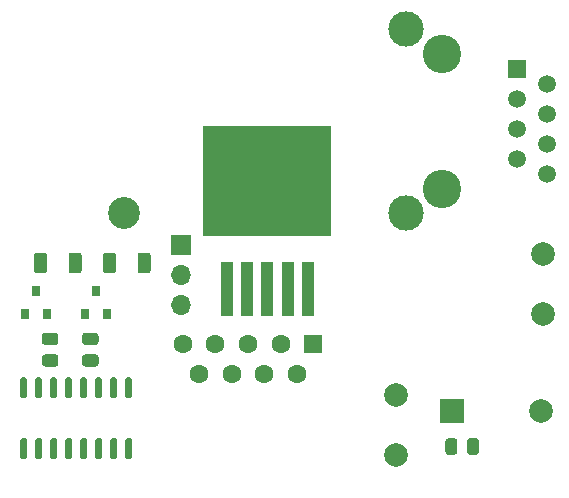
<source format=gbs>
%TF.GenerationSoftware,KiCad,Pcbnew,5.1.9*%
%TF.CreationDate,2021-02-24T23:37:06+01:00*%
%TF.ProjectId,qr_reader,71725f72-6561-4646-9572-2e6b69636164,rev?*%
%TF.SameCoordinates,Original*%
%TF.FileFunction,Soldermask,Bot*%
%TF.FilePolarity,Negative*%
%FSLAX46Y46*%
G04 Gerber Fmt 4.6, Leading zero omitted, Abs format (unit mm)*
G04 Created by KiCad (PCBNEW 5.1.9) date 2021-02-24 23:37:06*
%MOMM*%
%LPD*%
G01*
G04 APERTURE LIST*
%ADD10C,2.700000*%
%ADD11C,1.600000*%
%ADD12R,1.600000X1.600000*%
%ADD13R,10.800000X9.400000*%
%ADD14R,1.100000X4.600000*%
%ADD15R,0.800000X0.900000*%
%ADD16C,1.500000*%
%ADD17C,3.000000*%
%ADD18R,1.500000X1.500000*%
%ADD19C,3.250000*%
%ADD20C,2.000000*%
%ADD21R,1.700000X1.700000*%
%ADD22O,1.700000X1.700000*%
%ADD23R,2.000000X2.000000*%
G04 APERTURE END LIST*
D10*
%TO.C,H1*%
X126750000Y-40750000D03*
%TD*%
D11*
%TO.C,J2*%
X133105000Y-54356000D03*
X135875000Y-54356000D03*
X138645000Y-54356000D03*
X141415000Y-54356000D03*
X131720000Y-51816000D03*
X134490000Y-51816000D03*
X137260000Y-51816000D03*
X140030000Y-51816000D03*
D12*
X142800000Y-51816000D03*
%TD*%
D13*
%TO.C,U2*%
X138900000Y-38025000D03*
D14*
X135500000Y-47175000D03*
X137200000Y-47175000D03*
X138900000Y-47175000D03*
X140600000Y-47175000D03*
X142300000Y-47175000D03*
%TD*%
%TO.C,U1*%
G36*
G01*
X127295000Y-56400000D02*
X126995000Y-56400000D01*
G75*
G02*
X126845000Y-56250000I0J150000D01*
G01*
X126845000Y-54800000D01*
G75*
G02*
X126995000Y-54650000I150000J0D01*
G01*
X127295000Y-54650000D01*
G75*
G02*
X127445000Y-54800000I0J-150000D01*
G01*
X127445000Y-56250000D01*
G75*
G02*
X127295000Y-56400000I-150000J0D01*
G01*
G37*
G36*
G01*
X126025000Y-56400000D02*
X125725000Y-56400000D01*
G75*
G02*
X125575000Y-56250000I0J150000D01*
G01*
X125575000Y-54800000D01*
G75*
G02*
X125725000Y-54650000I150000J0D01*
G01*
X126025000Y-54650000D01*
G75*
G02*
X126175000Y-54800000I0J-150000D01*
G01*
X126175000Y-56250000D01*
G75*
G02*
X126025000Y-56400000I-150000J0D01*
G01*
G37*
G36*
G01*
X124755000Y-56400000D02*
X124455000Y-56400000D01*
G75*
G02*
X124305000Y-56250000I0J150000D01*
G01*
X124305000Y-54800000D01*
G75*
G02*
X124455000Y-54650000I150000J0D01*
G01*
X124755000Y-54650000D01*
G75*
G02*
X124905000Y-54800000I0J-150000D01*
G01*
X124905000Y-56250000D01*
G75*
G02*
X124755000Y-56400000I-150000J0D01*
G01*
G37*
G36*
G01*
X123485000Y-56400000D02*
X123185000Y-56400000D01*
G75*
G02*
X123035000Y-56250000I0J150000D01*
G01*
X123035000Y-54800000D01*
G75*
G02*
X123185000Y-54650000I150000J0D01*
G01*
X123485000Y-54650000D01*
G75*
G02*
X123635000Y-54800000I0J-150000D01*
G01*
X123635000Y-56250000D01*
G75*
G02*
X123485000Y-56400000I-150000J0D01*
G01*
G37*
G36*
G01*
X122215000Y-56400000D02*
X121915000Y-56400000D01*
G75*
G02*
X121765000Y-56250000I0J150000D01*
G01*
X121765000Y-54800000D01*
G75*
G02*
X121915000Y-54650000I150000J0D01*
G01*
X122215000Y-54650000D01*
G75*
G02*
X122365000Y-54800000I0J-150000D01*
G01*
X122365000Y-56250000D01*
G75*
G02*
X122215000Y-56400000I-150000J0D01*
G01*
G37*
G36*
G01*
X120945000Y-56400000D02*
X120645000Y-56400000D01*
G75*
G02*
X120495000Y-56250000I0J150000D01*
G01*
X120495000Y-54800000D01*
G75*
G02*
X120645000Y-54650000I150000J0D01*
G01*
X120945000Y-54650000D01*
G75*
G02*
X121095000Y-54800000I0J-150000D01*
G01*
X121095000Y-56250000D01*
G75*
G02*
X120945000Y-56400000I-150000J0D01*
G01*
G37*
G36*
G01*
X119675000Y-56400000D02*
X119375000Y-56400000D01*
G75*
G02*
X119225000Y-56250000I0J150000D01*
G01*
X119225000Y-54800000D01*
G75*
G02*
X119375000Y-54650000I150000J0D01*
G01*
X119675000Y-54650000D01*
G75*
G02*
X119825000Y-54800000I0J-150000D01*
G01*
X119825000Y-56250000D01*
G75*
G02*
X119675000Y-56400000I-150000J0D01*
G01*
G37*
G36*
G01*
X118405000Y-56400000D02*
X118105000Y-56400000D01*
G75*
G02*
X117955000Y-56250000I0J150000D01*
G01*
X117955000Y-54800000D01*
G75*
G02*
X118105000Y-54650000I150000J0D01*
G01*
X118405000Y-54650000D01*
G75*
G02*
X118555000Y-54800000I0J-150000D01*
G01*
X118555000Y-56250000D01*
G75*
G02*
X118405000Y-56400000I-150000J0D01*
G01*
G37*
G36*
G01*
X118405000Y-61550000D02*
X118105000Y-61550000D01*
G75*
G02*
X117955000Y-61400000I0J150000D01*
G01*
X117955000Y-59950000D01*
G75*
G02*
X118105000Y-59800000I150000J0D01*
G01*
X118405000Y-59800000D01*
G75*
G02*
X118555000Y-59950000I0J-150000D01*
G01*
X118555000Y-61400000D01*
G75*
G02*
X118405000Y-61550000I-150000J0D01*
G01*
G37*
G36*
G01*
X119675000Y-61550000D02*
X119375000Y-61550000D01*
G75*
G02*
X119225000Y-61400000I0J150000D01*
G01*
X119225000Y-59950000D01*
G75*
G02*
X119375000Y-59800000I150000J0D01*
G01*
X119675000Y-59800000D01*
G75*
G02*
X119825000Y-59950000I0J-150000D01*
G01*
X119825000Y-61400000D01*
G75*
G02*
X119675000Y-61550000I-150000J0D01*
G01*
G37*
G36*
G01*
X120945000Y-61550000D02*
X120645000Y-61550000D01*
G75*
G02*
X120495000Y-61400000I0J150000D01*
G01*
X120495000Y-59950000D01*
G75*
G02*
X120645000Y-59800000I150000J0D01*
G01*
X120945000Y-59800000D01*
G75*
G02*
X121095000Y-59950000I0J-150000D01*
G01*
X121095000Y-61400000D01*
G75*
G02*
X120945000Y-61550000I-150000J0D01*
G01*
G37*
G36*
G01*
X122215000Y-61550000D02*
X121915000Y-61550000D01*
G75*
G02*
X121765000Y-61400000I0J150000D01*
G01*
X121765000Y-59950000D01*
G75*
G02*
X121915000Y-59800000I150000J0D01*
G01*
X122215000Y-59800000D01*
G75*
G02*
X122365000Y-59950000I0J-150000D01*
G01*
X122365000Y-61400000D01*
G75*
G02*
X122215000Y-61550000I-150000J0D01*
G01*
G37*
G36*
G01*
X123485000Y-61550000D02*
X123185000Y-61550000D01*
G75*
G02*
X123035000Y-61400000I0J150000D01*
G01*
X123035000Y-59950000D01*
G75*
G02*
X123185000Y-59800000I150000J0D01*
G01*
X123485000Y-59800000D01*
G75*
G02*
X123635000Y-59950000I0J-150000D01*
G01*
X123635000Y-61400000D01*
G75*
G02*
X123485000Y-61550000I-150000J0D01*
G01*
G37*
G36*
G01*
X124755000Y-61550000D02*
X124455000Y-61550000D01*
G75*
G02*
X124305000Y-61400000I0J150000D01*
G01*
X124305000Y-59950000D01*
G75*
G02*
X124455000Y-59800000I150000J0D01*
G01*
X124755000Y-59800000D01*
G75*
G02*
X124905000Y-59950000I0J-150000D01*
G01*
X124905000Y-61400000D01*
G75*
G02*
X124755000Y-61550000I-150000J0D01*
G01*
G37*
G36*
G01*
X126025000Y-61550000D02*
X125725000Y-61550000D01*
G75*
G02*
X125575000Y-61400000I0J150000D01*
G01*
X125575000Y-59950000D01*
G75*
G02*
X125725000Y-59800000I150000J0D01*
G01*
X126025000Y-59800000D01*
G75*
G02*
X126175000Y-59950000I0J-150000D01*
G01*
X126175000Y-61400000D01*
G75*
G02*
X126025000Y-61550000I-150000J0D01*
G01*
G37*
G36*
G01*
X127295000Y-61550000D02*
X126995000Y-61550000D01*
G75*
G02*
X126845000Y-61400000I0J150000D01*
G01*
X126845000Y-59950000D01*
G75*
G02*
X126995000Y-59800000I150000J0D01*
G01*
X127295000Y-59800000D01*
G75*
G02*
X127445000Y-59950000I0J-150000D01*
G01*
X127445000Y-61400000D01*
G75*
G02*
X127295000Y-61550000I-150000J0D01*
G01*
G37*
%TD*%
%TO.C,R5*%
G36*
G01*
X120950001Y-51900000D02*
X120049999Y-51900000D01*
G75*
G02*
X119800000Y-51650001I0J249999D01*
G01*
X119800000Y-51124999D01*
G75*
G02*
X120049999Y-50875000I249999J0D01*
G01*
X120950001Y-50875000D01*
G75*
G02*
X121200000Y-51124999I0J-249999D01*
G01*
X121200000Y-51650001D01*
G75*
G02*
X120950001Y-51900000I-249999J0D01*
G01*
G37*
G36*
G01*
X120950001Y-53725000D02*
X120049999Y-53725000D01*
G75*
G02*
X119800000Y-53475001I0J249999D01*
G01*
X119800000Y-52949999D01*
G75*
G02*
X120049999Y-52700000I249999J0D01*
G01*
X120950001Y-52700000D01*
G75*
G02*
X121200000Y-52949999I0J-249999D01*
G01*
X121200000Y-53475001D01*
G75*
G02*
X120950001Y-53725000I-249999J0D01*
G01*
G37*
%TD*%
%TO.C,R4*%
G36*
G01*
X124350001Y-51900000D02*
X123449999Y-51900000D01*
G75*
G02*
X123200000Y-51650001I0J249999D01*
G01*
X123200000Y-51124999D01*
G75*
G02*
X123449999Y-50875000I249999J0D01*
G01*
X124350001Y-50875000D01*
G75*
G02*
X124600000Y-51124999I0J-249999D01*
G01*
X124600000Y-51650001D01*
G75*
G02*
X124350001Y-51900000I-249999J0D01*
G01*
G37*
G36*
G01*
X124350001Y-53725000D02*
X123449999Y-53725000D01*
G75*
G02*
X123200000Y-53475001I0J249999D01*
G01*
X123200000Y-52949999D01*
G75*
G02*
X123449999Y-52700000I249999J0D01*
G01*
X124350001Y-52700000D01*
G75*
G02*
X124600000Y-52949999I0J-249999D01*
G01*
X124600000Y-53475001D01*
G75*
G02*
X124350001Y-53725000I-249999J0D01*
G01*
G37*
%TD*%
%TO.C,R3*%
G36*
G01*
X155787500Y-60950001D02*
X155787500Y-60049999D01*
G75*
G02*
X156037499Y-59800000I249999J0D01*
G01*
X156562501Y-59800000D01*
G75*
G02*
X156812500Y-60049999I0J-249999D01*
G01*
X156812500Y-60950001D01*
G75*
G02*
X156562501Y-61200000I-249999J0D01*
G01*
X156037499Y-61200000D01*
G75*
G02*
X155787500Y-60950001I0J249999D01*
G01*
G37*
G36*
G01*
X153962500Y-60950001D02*
X153962500Y-60049999D01*
G75*
G02*
X154212499Y-59800000I249999J0D01*
G01*
X154737501Y-59800000D01*
G75*
G02*
X154987500Y-60049999I0J-249999D01*
G01*
X154987500Y-60950001D01*
G75*
G02*
X154737501Y-61200000I-249999J0D01*
G01*
X154212499Y-61200000D01*
G75*
G02*
X153962500Y-60950001I0J249999D01*
G01*
G37*
%TD*%
%TO.C,R2*%
G36*
G01*
X122058000Y-45583001D02*
X122058000Y-44332999D01*
G75*
G02*
X122307999Y-44083000I249999J0D01*
G01*
X122933001Y-44083000D01*
G75*
G02*
X123183000Y-44332999I0J-249999D01*
G01*
X123183000Y-45583001D01*
G75*
G02*
X122933001Y-45833000I-249999J0D01*
G01*
X122307999Y-45833000D01*
G75*
G02*
X122058000Y-45583001I0J249999D01*
G01*
G37*
G36*
G01*
X119133000Y-45583001D02*
X119133000Y-44332999D01*
G75*
G02*
X119382999Y-44083000I249999J0D01*
G01*
X120008001Y-44083000D01*
G75*
G02*
X120258000Y-44332999I0J-249999D01*
G01*
X120258000Y-45583001D01*
G75*
G02*
X120008001Y-45833000I-249999J0D01*
G01*
X119382999Y-45833000D01*
G75*
G02*
X119133000Y-45583001I0J249999D01*
G01*
G37*
%TD*%
%TO.C,R1*%
G36*
G01*
X127900000Y-45583001D02*
X127900000Y-44332999D01*
G75*
G02*
X128149999Y-44083000I249999J0D01*
G01*
X128775001Y-44083000D01*
G75*
G02*
X129025000Y-44332999I0J-249999D01*
G01*
X129025000Y-45583001D01*
G75*
G02*
X128775001Y-45833000I-249999J0D01*
G01*
X128149999Y-45833000D01*
G75*
G02*
X127900000Y-45583001I0J249999D01*
G01*
G37*
G36*
G01*
X124975000Y-45583001D02*
X124975000Y-44332999D01*
G75*
G02*
X125224999Y-44083000I249999J0D01*
G01*
X125850001Y-44083000D01*
G75*
G02*
X126100000Y-44332999I0J-249999D01*
G01*
X126100000Y-45583001D01*
G75*
G02*
X125850001Y-45833000I-249999J0D01*
G01*
X125224999Y-45833000D01*
G75*
G02*
X124975000Y-45583001I0J249999D01*
G01*
G37*
%TD*%
D15*
%TO.C,Q2*%
X119300000Y-47300000D03*
X118350000Y-49300000D03*
X120250000Y-49300000D03*
%TD*%
%TO.C,Q1*%
X124400000Y-47300000D03*
X123450000Y-49300000D03*
X125350000Y-49300000D03*
%TD*%
D16*
%TO.C,J1*%
X162540000Y-34850000D03*
X162540000Y-37390000D03*
D17*
X150600000Y-25175000D03*
D16*
X162540000Y-29770000D03*
D18*
X160000000Y-28500000D03*
D16*
X160000000Y-36120000D03*
X162540000Y-32310000D03*
X160000000Y-33580000D03*
X160000000Y-31040000D03*
D19*
X153650000Y-27230000D03*
D17*
X150600000Y-40715000D03*
D19*
X153650000Y-38660000D03*
%TD*%
D20*
%TO.C,F2*%
X149760000Y-56170000D03*
X149750000Y-61250000D03*
%TD*%
%TO.C,F1*%
X162260000Y-44170000D03*
X162250000Y-49250000D03*
%TD*%
D21*
%TO.C,D1*%
X131572000Y-43434000D03*
D22*
X131572000Y-45974000D03*
X131572000Y-48514000D03*
%TD*%
D20*
%TO.C,BZ1*%
X162100000Y-57500000D03*
D23*
X154500000Y-57500000D03*
%TD*%
M02*

</source>
